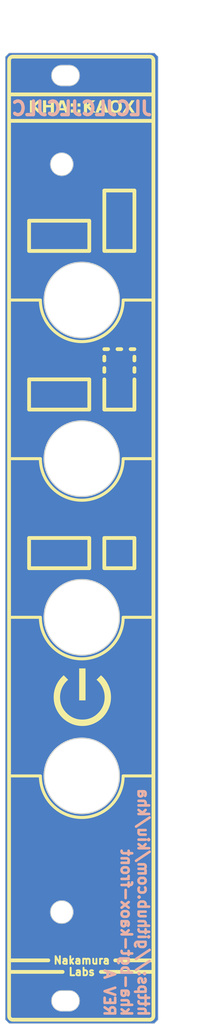
<source format=kicad_pcb>
(kicad_pcb (version 20221018) (generator pcbnew)
  (layers (0 "F.Cu" signal) (31 "B.Cu" signal) (34 "B.Paste" user) (35 "F.Paste" user) (36 "B.SilkS" user "B.Silkscreen") (37 "F.SilkS" user "F.Silkscreen") (38 "B.Mask" user) (39 "F.Mask" user) (44 "Edge.Cuts" user))
  (net 0 "")
  (gr_line (start 73 64.5) (end 73 64) (stroke (width 0.5)) (layer "F.SilkS"))
  (gr_line (start 77 92) (end 77 88) (stroke (width 0.5)) (layer "F.SilkS"))
  (gr_line (start 79.5 77.5) (end 75.5 77.5) (stroke (width 0.4)) (layer "F.SilkS"))
  (gr_line (start 79.5 98.5) (end 75.5 98.5) (stroke (width 0.4)) (layer "F.SilkS"))
  (gr_arc (start 79.525 151.275001) (mid 79.378553 151.628554) (end 79.025 151.775001) (stroke (width 0.5)) (layer "F.SilkS"))
  (gr_line (start 67.46 145.441) (end 60.348 145.441) (stroke (width 0.5)) (layer "F.SilkS"))
  (gr_line (start 79.5 119.5) (end 75.5 119.5) (stroke (width 0.4)) (layer "F.SilkS"))
  (gr_line (start 65.555 143.917) (end 60.348 143.917) (stroke (width 0.5)) (layer "F.SilkS"))
  (gr_line (start 73 63) (end 73.5 63) (stroke (width 0.5)) (layer "F.SilkS"))
  (gr_line (start 63 88) (end 63 92) (stroke (width 0.5)) (layer "F.SilkS"))
  (gr_line (start 79.525 24.774999) (end 79.525 151.275001) (stroke (width 0.5)) (layer "F.SilkS"))
  (gr_line (start 71 71) (end 71 67) (stroke (width 0.5)) (layer "F.SilkS"))
  (gr_line (start 77 50) (end 73 50) (stroke (width 0.5)) (layer "F.SilkS"))
  (gr_line (start 79.525 143.917) (end 74.445 143.917) (stroke (width 0.5)) (layer "F.SilkS"))
  (gr_line (start 71 46) (end 63 46) (stroke (width 0.5)) (layer "F.SilkS"))
  (gr_line (start 77 63) (end 76.5 63) (stroke (width 0.5)) (layer "F.SilkS"))
  (gr_line (start 77 66) (end 77 65.5) (stroke (width 0.5)) (layer "F.SilkS"))
  (gr_line (start 73 42) (end 77 42) (stroke (width 0.5)) (layer "F.SilkS"))
  (gr_line (start 77 71) (end 77 67) (stroke (width 0.5)) (layer "F.SilkS"))
  (gr_poly (pts (xy 72.631425 106.246411) (xy 72.707452 106.317559) (xy 72.781246 106.390278) (xy 72.852807 106.464568) (xy 72.922136 106.540429) (xy 72.989233 106.617861) (xy 73.054097 106.696864) (xy 73.116729 106.777438) (xy 73.177129 106.859583) (xy 73.235296 106.943298) (xy 73.29123 107.028585) (xy 73.344932 107.115443) (xy 73.396402 107.203872) (xy 73.445639 107.293871) (xy 73.492644 107.385442) (xy 73.537416 107.478583) (xy 73.579708 107.572883) (xy 73.619272 107.667926) (xy 73.656107 107.763713) (xy 73.690213 107.860245) (xy 73.721591 107.957521) (xy 73.750241 108.05554) (xy 73.776162 108.154304) (xy 73.799354 108.253813) (xy 73.819818 108.354065) (xy 73.837553 108.455061) (xy 73.85256 108.556802) (xy 73.864838 108.659287) (xy 73.874388 108.762516) (xy 73.881209 108.866489) (xy 73.885302 108.971206) (xy 73.886666 109.076667) (xy 73.885488 109.174211) (xy 73.881953 109.271053) (xy 73.876062 109.367192) (xy 73.867815 109.462628) (xy 73.857211 109.557361) (xy 73.84425 109.651392) (xy 73.828933 109.744719) (xy 73.81126 109.837344) (xy 73.79123 109.929266) (xy 73.768844 110.020486) (xy 73.744101 110.111002) (xy 73.717002 110.200816) (xy 73.687547 110.289926) (xy 73.655735 110.378334) (xy 73.621566 110.46604) (xy 73.585041 110.553042) (xy 73.546512 110.639011) (xy 73.506328 110.723616) (xy 73.464491 110.806856) (xy 73.421 110.888732) (xy 73.375856 110.969244) (xy 73.329057 111.048392) (xy 73.280606 111.126175) (xy 73.2305 111.202594) (xy 73.178741 111.277649) (xy 73.125328 111.35134) (xy 73.070262 111.423666) (xy 73.013542 111.494628) (xy 72.955168 111.564226) (xy 72.895141 111.632459) (xy 72.83346 111.699328) (xy 72.770125 111.764833) (xy 72.705261 111.828809) (xy 72.638991 111.891089) (xy 72.571316 111.951675) (xy 72.502235 112.010565) (xy 72.431748 112.067761) (xy 72.359856 112.123261) (xy 72.286558 112.177067) (xy 72.211854 112.229177) (xy 72.135745 112.279593) (xy 72.058231 112.328313) (xy 71.97931 112.375339) (xy 71.898984 112.420669) (xy 71.817253 112.464305) (xy 71.734116 112.506245) (xy 71.649573 112.546491) (xy 71.563625 112.585041) (xy 71.476581 112.621566) (xy 71.388752 112.655735) (xy 71.300137 112.687547) (xy 71.210737 112.717002) (xy 71.120551 112.744101) (xy 71.02958 112.768844) (xy 70.937823 112.79123) (xy 70.845281 112.81126) (xy 70.751954 112.828933) (xy 70.657841 112.84425) (xy 70.562942 112.857211) (xy 70.467258 112.867815) (xy 70.370788 112.876062) (xy 70.273533 112.881953) (xy 70.175493 112.885488) (xy 70.076667 112.886666) (xy 69.979122 112.885488) (xy 69.882281 112.881953) (xy 69.786142 112.876062) (xy 69.690706 112.867815) (xy 69.595973 112.857211) (xy 69.501942 112.84425) (xy 69.408615 112.828933) (xy 69.31599 112.81126) (xy 69.224068 112.79123) (xy 69.132848 112.768844) (xy 69.042332 112.744101) (xy 68.952518 112.717002) (xy 68.863407 112.687547) (xy 68.774999 112.655735) (xy 68.687294 112.621566) (xy 68.600292 112.585041) (xy 68.514323 112.546491) (xy 68.429718 112.506245) (xy 68.346478 112.464305) (xy 68.264602 112.420669) (xy 68.18409 112.375339) (xy 68.104942 112.328313) (xy 68.027159 112.279593) (xy 67.95074 112.229177) (xy 67.875685 112.177067) (xy 67.801994 112.123261) (xy 67.729668 112.067761) (xy 67.658706 112.010565) (xy 67.589108 111.951675) (xy 67.520875 111.891089) (xy 67.454005 111.828809) (xy 67.3885 111.764833) (xy 67.324525 111.699328) (xy 67.262244 111.632459) (xy 67.201659 111.564226) (xy 67.142768 111.494628) (xy 67.085573 111.423666) (xy 67.030072 111.35134) (xy 66.976267 111.277649) (xy 66.924156 111.202594) (xy 66.873741 111.126175) (xy 66.82502 111.048392) (xy 66.777995 110.969244) (xy 66.732664 110.888732) (xy 66.689029 110.806856) (xy 66.647088 110.723616) (xy 66.606843 110.639011) (xy 66.568292 110.553042) (xy 66.531767 110.46604) (xy 66.497599 110.378334) (xy 66.465787 110.289926) (xy 66.436331 110.200816) (xy 66.409232 110.111002) (xy 66.384489 110.020486) (xy 66.362103 109.929266) (xy 66.342073 109.837344) (xy 66.3244 109.744719) (xy 66.309083 109.651392) (xy 66.296123 109.557361) (xy 66.285519 109.462628) (xy 66.277271 109.367192) (xy 66.27138 109.271053) (xy 66.267845 109.174211) (xy 66.266667 109.076667) (xy 66.268031 108.971206) (xy 66.272124 108.866489) (xy 66.278945 108.762516) (xy 66.288495 108.659287) (xy 66.300773 108.556802) (xy 66.31578 108.455061) (xy 66.333516 108.354065) (xy 66.353979 108.253813) (xy 66.377172 108.154304) (xy 66.403093 108.05554) (xy 66.431742 107.957521) (xy 66.46312 107.860245) (xy 66.497227 107.763713) (xy 66.534061 107.667926) (xy 66.573625 107.572883) (xy 66.615917 107.478583) (xy 66.660689 107.385442) (xy 66.707694 107.293871) (xy 66.756932 107.203872) (xy 66.808401 107.115443) (xy 66.862103 107.028585) (xy 66.918038 106.943298) (xy 66.976205 106.859583) (xy 67.036604 106.777438) (xy 67.099236 106.696864) (xy 67.164101 106.617861) (xy 67.231197 106.540429) (xy 67.300526 106.464568) (xy 67.372088 106.390278) (xy 67.445882 106.317559) (xy 67.521908 106.246411) (xy 67.600167 106.176834) (xy 68.192834 106.7695) (xy 68.130202 106.82312) (xy 68.069306 106.878145) (xy 68.010147 106.934576) (xy 67.952724 106.992412) (xy 67.897038 107.051654) (xy 67.843087 107.112301) (xy 67.790874 107.174354) (xy 67.740396 107.237813) (xy 67.691655 107.302677) (xy 67.64465 107.368947) (xy 67.599381 107.436622) (xy 67.555849 107.505703) (xy 67.514053 107.57619) (xy 67.473994 107.648082) (xy 67.435671 107.72138) (xy 67.399084 107.796083) (xy 67.364481 107.871779) (xy 67.332111 107.948053) (xy 67.301973 108.024907) (xy 67.274068 108.102339) (xy 67.248395 108.180349) (xy 67.224955 108.258939) (xy 67.203747 108.338107) (xy 67.184771 108.417854) (xy 67.168028 108.49818) (xy 67.153517 108.579085) (xy 67.141239 108.660568) (xy 67.131193 108.74263) (xy 67.123379 108.825271) (xy 67.117798 108.908491) (xy 67.11445 108.99229) (xy 67.113334 109.076667) (xy 67.116724 109.22872) (xy 67.126893 109.377961) (xy 67.143843 109.524392) (xy 67.167573 109.668011) (xy 67.198083 109.808819) (xy 67.235373 109.946816) (xy 67.279442 110.082001) (xy 67.330292 110.214375) (xy 67.387921 110.343939) (xy 67.452331 110.47069) (xy 67.52352 110.594631) (xy 67.60149 110.715761) (xy 67.686239 110.834079) (xy 67.777768 110.949586) (xy 67.876078 111.062282) (xy 67.981167 111.172167) (xy 68.091052 111.277256) (xy 68.203748 111.375565) (xy 68.319255 111.467095) (xy 68.437573 111.551844) (xy 68.558703 111.629813) (xy 68.682643 111.701003) (xy 68.809395 111.765412) (xy 68.938958 111.823042) (xy 69.071333 111.873891) (xy 69.206518 111.917961) (xy 69.344515 111.955251) (xy 69.485323 111.98576) (xy 69.628942 112.00949) (xy 69.775373 112.02644) (xy 69.924614 112.03661) (xy 70.076667 112.04) (xy 70.229981 112.03661) (xy 70.380359 112.02644) (xy 70.527802 112.00949) (xy 70.67231 111.98576) (xy 70.813883 111.955251) (xy 70.95252 111.917961) (xy 71.088223 111.873891) (xy 71.22099 111.823042) (xy 71.350822 111.765412) (xy 71.477718 111.701003) (xy 71.60168 111.629813) (xy 71.722706 111.551844) (xy 71.840797 111.467095) (xy 71.955953 111.375565) (xy 72.068173 111.277256) (xy 72.177458 111.172167) (xy 72.281907 111.062282) (xy 72.379617 110.949586) (xy 72.470588 110.834079) (xy 72.55482 110.715761) (xy 72.632314 110.594631) (xy 72.70307 110.47069) (xy 72.767086 110.343939) (xy 72.824364 110.214375) (xy 72.874904 110.082001) (xy 72.918705 109.946816) (xy 72.955767 109.808819) (xy 72.986091 109.668011) (xy 73.009676 109.524392) (xy 73.026522 109.377961) (xy 73.03663 109.22872) (xy 73.04 109.076667) (xy 73.038904 108.99229) (xy 73.035618 108.908491) (xy 73.03014 108.825271) (xy 73.022471 108.74263) (xy 73.012611 108.660568) (xy 73.00056 108.579085) (xy 72.986318 108.49818) (xy 72.969885 108.417854) (xy 72.951261 108.338107) (xy 72.930446 108.258939) (xy 72.90744 108.180349) (xy 72.882242 108.102339) (xy 72.854854 108.024907) (xy 72.825274 107.948053) (xy 72.793503 107.871779) (xy 72.759542 107.796083) (xy 72.723554 107.72138) (xy 72.685706 107.648082) (xy 72.645998 107.57619) (xy 72.60443 107.505703) (xy 72.561001 107.436622) (xy 72.515712 107.368947) (xy 72.468562 107.302677) (xy 72.419552 107.237813) (xy 72.368682 107.174354) (xy 72.315951 107.112301) (xy 72.26136 107.051654) (xy 72.204909 106.992412) (xy 72.146597 106.934576) (xy 72.086425 106.878145) (xy 72.024393 106.82312) (xy 71.9605 106.7695) (xy 72.553166 106.176834)) (fill solid) (layer "F.SilkS"))
  (gr_arc (start 60.340001 24.774999) (mid 60.486448 24.421447) (end 60.84 24.275) (stroke (width 0.5)) (layer "F.SilkS"))
  (gr_line (start 64.5 119.5) (end 60.5 119.5) (stroke (width 0.4)) (layer "F.SilkS"))
  (gr_arc (start 75.5 77.5) (mid 70 83) (end 64.5 77.5) (stroke (width 0.4)) (layer "F.SilkS"))
  (gr_line (start 73 92) (end 73 88) (stroke (width 0.5)) (layer "F.SilkS"))
  (gr_line (start 79.5 56.5) (end 75.5 56.5) (stroke (width 0.4)) (layer "F.SilkS"))
  (gr_line (start 71 67) (end 63 67) (stroke (width 0.5)) (layer "F.SilkS"))
  (gr_line (start 73 50) (end 73 42) (stroke (width 0.5)) (layer "F.SilkS"))
  (gr_line (start 71 92) (end 71 88) (stroke (width 0.5)) (layer "F.SilkS"))
  (gr_line (start 73 88) (end 77 88) (stroke (width 0.5)) (layer "F.SilkS"))
  (gr_line (start 71 88) (end 63 88) (stroke (width 0.5)) (layer "F.SilkS"))
  (gr_line (start 60.34 151.275) (end 60.34 24.775) (stroke (width 0.5)) (layer "F.SilkS"))
  (gr_line (start 63 46) (end 63 50) (stroke (width 0.5)) (layer "F.SilkS"))
  (gr_line (start 63 71) (end 71 71) (stroke (width 0.5)) (layer "F.SilkS"))
  (gr_line (start 64.5 77.5) (end 60.5 77.5) (stroke (width 0.4)) (layer "F.SilkS"))
  (gr_line (start 64.5 98.5) (end 60.5 98.5) (stroke (width 0.4)) (layer "F.SilkS"))
  (gr_arc (start 75.5 56.5) (mid 70 62) (end 64.5 56.5) (stroke (width 0.4)) (layer "F.SilkS"))
  (gr_line (start 63 67) (end 63 71) (stroke (width 0.5)) (layer "F.SilkS"))
  (gr_line (start 73 66) (end 73 65.5) (stroke (width 0.5)) (layer "F.SilkS"))
  (gr_arc (start 79.025 24.274999) (mid 79.378553 24.421446) (end 79.525 24.774999) (stroke (width 0.5)) (layer "F.SilkS"))
  (gr_line (start 60.84 24.275) (end 79.025 24.274999) (stroke (width 0.5)) (layer "F.SilkS"))
  (gr_line (start 77 64) (end 77 64.5) (stroke (width 0.5)) (layer "F.SilkS"))
  (gr_poly (pts (xy 70.5 109.5) (xy 69.653334 109.5) (xy 69.653334 105.266667) (xy 70.5 105.266667)) (fill solid) (layer "F.SilkS"))
  (gr_line (start 77 42) (end 77 50) (stroke (width 0.5)) (layer "F.SilkS"))
  (gr_arc (start 75.5 119.5) (mid 70 125) (end 64.5 119.5) (stroke (width 0.4)) (layer "F.SilkS"))
  (gr_line (start 73 92) (end 77 92) (stroke (width 0.5)) (layer "F.SilkS"))
  (gr_line (start 79.025 151.775001) (end 60.84 151.775) (stroke (width 0.5)) (layer "F.SilkS"))
  (gr_line (start 71 50) (end 71 46) (stroke (width 0.5)) (layer "F.SilkS"))
  (gr_line (start 60.34 29.275) (end 79.525 29.275) (stroke (width 0.5)) (layer "F.SilkS"))
  (gr_line (start 73 71) (end 73 67) (stroke (width 0.5)) (layer "F.SilkS"))
  (gr_arc (start 75.5 98.5) (mid 70 104) (end 64.5 98.5) (stroke (width 0.4)) (layer "F.SilkS"))
  (gr_arc (start 60.84 151.775) (mid 60.486447 151.628553) (end 60.34 151.275) (stroke (width 0.5)) (layer "F.SilkS"))
  (gr_line (start 73 71) (end 77 71) (stroke (width 0.5)) (layer "F.SilkS"))
  (gr_line (start 63 50) (end 71 50) (stroke (width 0.5)) (layer "F.SilkS"))
  (gr_line (start 74.75 63) (end 75.25 63) (stroke (width 0.5)) (layer "F.SilkS"))
  (gr_line (start 60.34 32.775) (end 79.525 32.775) (stroke (width 0.5)) (layer "F.SilkS"))
  (gr_line (start 63 92) (end 71 92) (stroke (width 0.5)) (layer "F.SilkS"))
  (gr_line (start 79.525 145.441) (end 72.54 145.441) (stroke (width 0.5)) (layer "F.SilkS"))
  (gr_line (start 64.5 56.5) (end 60.5 56.5) (stroke (width 0.4)) (layer "F.SilkS"))
  (gr_line (start 59.84 151.775) (end 59.84 24.275) (stroke (width 0.05)) (layer "Edge.Cuts"))
  (gr_line (start 59.84 24.275) (end 60.34 23.775) (stroke (width 0.05)) (layer "Edge.Cuts"))
  (gr_line (start 67.34 28.125) (end 68.34 28.125) (stroke (width 0.1)) (layer "Edge.Cuts"))
  (gr_arc (start 68.34 25.425) (mid 69.69 26.775) (end 68.34 28.125) (stroke (width 0.1)) (layer "Edge.Cuts"))
  (gr_line (start 67.34 147.925) (end 68.34 147.925) (stroke (width 0.1)) (layer "Edge.Cuts"))
  (gr_circle (center 70 98.5) (end 75 98.5) (stroke (width 0.15)) (fill none) (layer "Edge.Cuts"))
  (gr_arc (start 68.34 147.925) (mid 69.69 149.275) (end 68.34 150.625) (stroke (width 0.1)) (layer "Edge.Cuts"))
  (gr_line (start 60.34 23.775) (end 79.66 23.775) (stroke (width 0.05)) (layer "Edge.Cuts"))
  (gr_arc (start 67.34 28.125) (mid 65.99 26.775) (end 67.34 25.425) (stroke (width 0.1)) (layer "Edge.Cuts"))
  (gr_circle (center 70 77.5) (end 75 77.5) (stroke (width 0.15)) (fill none) (layer "Edge.Cuts"))
  (gr_line (start 79.66 23.775) (end 80.16 24.275) (stroke (width 0.05)) (layer "Edge.Cuts"))
  (gr_line (start 67.34 150.625) (end 68.34 150.625) (stroke (width 0.1)) (layer "Edge.Cuts"))
  (gr_line (start 67.34 25.425) (end 68.34 25.425) (stroke (width 0.1)) (layer "Edge.Cuts"))
  (gr_line (start 79.66 152.275) (end 80.16 151.775) (stroke (width 0.05)) (layer "Edge.Cuts"))
  (gr_circle (center 67.34 137.525) (end 68.84 137.525) (stroke (width 0.1)) (fill none) (layer "Edge.Cuts"))
  (gr_line (start 80.16 24.275) (end 80.16 151.775) (stroke (width 0.05)) (layer "Edge.Cuts"))
  (gr_circle (center 70 119.5) (end 75 119.5) (stroke (width 0.15)) (fill none) (layer "Edge.Cuts"))
  (gr_line (start 79.66 152.275) (end 60.34 152.275) (stroke (width 0.05)) (layer "Edge.Cuts"))
  (gr_line (start 59.84 151.775) (end 60.34 152.275) (stroke (width 0.05)) (layer "Edge.Cuts"))
  (gr_arc (start 67.34 150.625) (mid 65.99 149.275) (end 67.34 147.925) (stroke (width 0.1)) (layer "Edge.Cuts"))
  (gr_circle (center 70 56.5) (end 75 56.5) (stroke (width 0.15)) (fill none) (layer "Edge.Cuts"))
  (gr_circle (center 67.34 38.525) (end 68.84 38.525) (stroke (width 0.1)) (fill none) (layer "Edge.Cuts"))
  (gr_text "JLCJLCJLCJLC" (at 70 31.141) (layer "B.SilkS") (effects (font (size 1.8 1.8) (thickness 0.45) bold) (justify mirror)))
  (gr_text "https://github.com/kiu/kha\nkha-bgt-kaox-front\nREV A" (at 79 151.5 270) (layer "B.SilkS") (effects (font (size 1.4 1.4) (thickness 0.35) bold) (justify left top mirror)))
  (gr_text "KHA::KAOX" (at 70 31.025) (layer "F.SilkS") (effects (font (size 1.6 1.6) (thickness 0.25) bold)))
  (gr_text "Nakamura" (at 70 143.917) (layer "F.SilkS") (effects (font (size 1 1) (thickness 0.25))))
  (gr_text "Labs" (at 70 145.441) (layer "F.SilkS") (effects (font (size 1 1) (thickness 0.25))))
  (zone (net 0) (net_name "") (layers "F&B.Cu") (connect_pads (clearance 0.508)) (min_thickness 0.254) (fill yes (thermal_gap 0.508) (thermal_bridge_width 0.508) (island_removal_mode 1) (island_area_min 10))
    (polygon (pts (xy 80.16 152.275) (xy 59.84 152.275) (xy 59.84 23.775) (xy 80.16 23.775)))
  )
)
</source>
